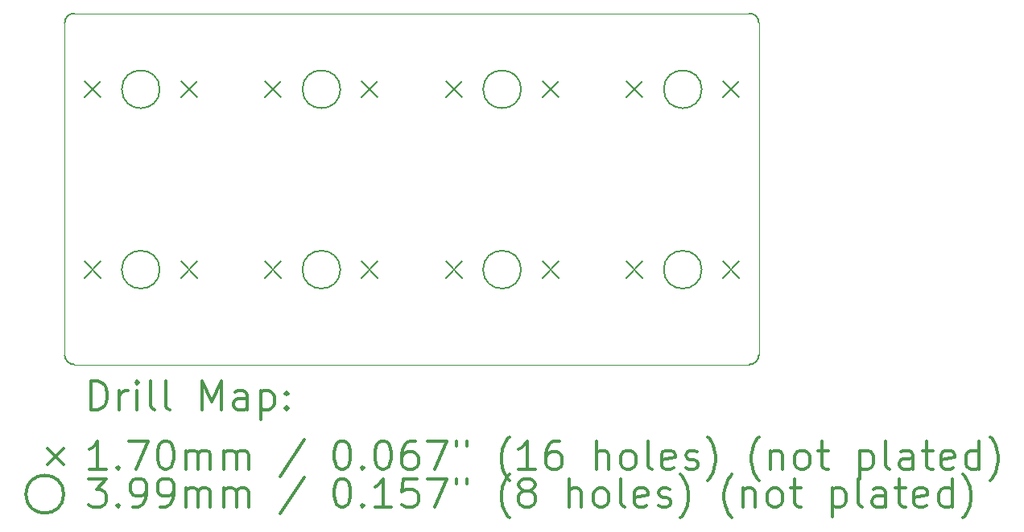
<source format=gbr>
%FSLAX45Y45*%
G04 Gerber Fmt 4.5, Leading zero omitted, Abs format (unit mm)*
G04 Created by KiCad (PCBNEW 5.0.2-bee76a0~70~ubuntu18.04.1) date Tue 19 Mar 2019 03:09:48 PM EDT*
%MOMM*%
%LPD*%
G01*
G04 APERTURE LIST*
%ADD10C,0.100000*%
%ADD11C,0.200000*%
%ADD12C,0.300000*%
G04 APERTURE END LIST*
D10*
X12100000Y-10500000D02*
X19200000Y-10500000D01*
X12000000Y-6900000D02*
X12000000Y-10400000D01*
D11*
X12100000Y-10500000D02*
G75*
G02X12000000Y-10400000I0J100000D01*
G01*
D10*
X19200000Y-6800000D02*
X12100000Y-6800000D01*
X19300000Y-10400000D02*
X19300000Y-6900000D01*
D11*
X19200000Y-6800000D02*
G75*
G02X19300000Y-6900000I0J-100000D01*
G01*
X19300000Y-10400000D02*
G75*
G02X19200000Y-10500000I-100000J0D01*
G01*
X12000000Y-6900000D02*
G75*
G02X12100000Y-6800000I100000J0D01*
G01*
D11*
X12206910Y-7514910D02*
X12377090Y-7685090D01*
X12377090Y-7514910D02*
X12206910Y-7685090D01*
X13222910Y-7514910D02*
X13393090Y-7685090D01*
X13393090Y-7514910D02*
X13222910Y-7685090D01*
X17906910Y-9414910D02*
X18077090Y-9585090D01*
X18077090Y-9414910D02*
X17906910Y-9585090D01*
X18922910Y-9414910D02*
X19093090Y-9585090D01*
X19093090Y-9414910D02*
X18922910Y-9585090D01*
X14106910Y-9414910D02*
X14277090Y-9585090D01*
X14277090Y-9414910D02*
X14106910Y-9585090D01*
X15122910Y-9414910D02*
X15293090Y-9585090D01*
X15293090Y-9414910D02*
X15122910Y-9585090D01*
X17906910Y-7514910D02*
X18077090Y-7685090D01*
X18077090Y-7514910D02*
X17906910Y-7685090D01*
X18922910Y-7514910D02*
X19093090Y-7685090D01*
X19093090Y-7514910D02*
X18922910Y-7685090D01*
X16006910Y-7514910D02*
X16177090Y-7685090D01*
X16177090Y-7514910D02*
X16006910Y-7685090D01*
X17022910Y-7514910D02*
X17193090Y-7685090D01*
X17193090Y-7514910D02*
X17022910Y-7685090D01*
X12206910Y-9414910D02*
X12377090Y-9585090D01*
X12377090Y-9414910D02*
X12206910Y-9585090D01*
X13222910Y-9414910D02*
X13393090Y-9585090D01*
X13393090Y-9414910D02*
X13222910Y-9585090D01*
X16006910Y-9414910D02*
X16177090Y-9585090D01*
X16177090Y-9414910D02*
X16006910Y-9585090D01*
X17022910Y-9414910D02*
X17193090Y-9585090D01*
X17193090Y-9414910D02*
X17022910Y-9585090D01*
X14106910Y-7514910D02*
X14277090Y-7685090D01*
X14277090Y-7514910D02*
X14106910Y-7685090D01*
X15122910Y-7514910D02*
X15293090Y-7685090D01*
X15293090Y-7514910D02*
X15122910Y-7685090D01*
X12999390Y-7600000D02*
G75*
G03X12999390Y-7600000I-199390J0D01*
G01*
X18699390Y-9500000D02*
G75*
G03X18699390Y-9500000I-199390J0D01*
G01*
X14899390Y-9500000D02*
G75*
G03X14899390Y-9500000I-199390J0D01*
G01*
X18699390Y-7600000D02*
G75*
G03X18699390Y-7600000I-199390J0D01*
G01*
X16799390Y-7600000D02*
G75*
G03X16799390Y-7600000I-199390J0D01*
G01*
X12999390Y-9500000D02*
G75*
G03X12999390Y-9500000I-199390J0D01*
G01*
X16799390Y-9500000D02*
G75*
G03X16799390Y-9500000I-199390J0D01*
G01*
X14899390Y-7600000D02*
G75*
G03X14899390Y-7600000I-199390J0D01*
G01*
D12*
X12276428Y-10975714D02*
X12276428Y-10675714D01*
X12347857Y-10675714D01*
X12390714Y-10690000D01*
X12419286Y-10718572D01*
X12433571Y-10747143D01*
X12447857Y-10804286D01*
X12447857Y-10847143D01*
X12433571Y-10904286D01*
X12419286Y-10932857D01*
X12390714Y-10961429D01*
X12347857Y-10975714D01*
X12276428Y-10975714D01*
X12576428Y-10975714D02*
X12576428Y-10775714D01*
X12576428Y-10832857D02*
X12590714Y-10804286D01*
X12605000Y-10790000D01*
X12633571Y-10775714D01*
X12662143Y-10775714D01*
X12762143Y-10975714D02*
X12762143Y-10775714D01*
X12762143Y-10675714D02*
X12747857Y-10690000D01*
X12762143Y-10704286D01*
X12776428Y-10690000D01*
X12762143Y-10675714D01*
X12762143Y-10704286D01*
X12947857Y-10975714D02*
X12919286Y-10961429D01*
X12905000Y-10932857D01*
X12905000Y-10675714D01*
X13105000Y-10975714D02*
X13076428Y-10961429D01*
X13062143Y-10932857D01*
X13062143Y-10675714D01*
X13447857Y-10975714D02*
X13447857Y-10675714D01*
X13547857Y-10890000D01*
X13647857Y-10675714D01*
X13647857Y-10975714D01*
X13919286Y-10975714D02*
X13919286Y-10818572D01*
X13905000Y-10790000D01*
X13876428Y-10775714D01*
X13819286Y-10775714D01*
X13790714Y-10790000D01*
X13919286Y-10961429D02*
X13890714Y-10975714D01*
X13819286Y-10975714D01*
X13790714Y-10961429D01*
X13776428Y-10932857D01*
X13776428Y-10904286D01*
X13790714Y-10875714D01*
X13819286Y-10861429D01*
X13890714Y-10861429D01*
X13919286Y-10847143D01*
X14062143Y-10775714D02*
X14062143Y-11075714D01*
X14062143Y-10790000D02*
X14090714Y-10775714D01*
X14147857Y-10775714D01*
X14176428Y-10790000D01*
X14190714Y-10804286D01*
X14205000Y-10832857D01*
X14205000Y-10918572D01*
X14190714Y-10947143D01*
X14176428Y-10961429D01*
X14147857Y-10975714D01*
X14090714Y-10975714D01*
X14062143Y-10961429D01*
X14333571Y-10947143D02*
X14347857Y-10961429D01*
X14333571Y-10975714D01*
X14319286Y-10961429D01*
X14333571Y-10947143D01*
X14333571Y-10975714D01*
X14333571Y-10790000D02*
X14347857Y-10804286D01*
X14333571Y-10818572D01*
X14319286Y-10804286D01*
X14333571Y-10790000D01*
X14333571Y-10818572D01*
X11819820Y-11384910D02*
X11990000Y-11555090D01*
X11990000Y-11384910D02*
X11819820Y-11555090D01*
X12433571Y-11605714D02*
X12262143Y-11605714D01*
X12347857Y-11605714D02*
X12347857Y-11305714D01*
X12319286Y-11348571D01*
X12290714Y-11377143D01*
X12262143Y-11391429D01*
X12562143Y-11577143D02*
X12576428Y-11591429D01*
X12562143Y-11605714D01*
X12547857Y-11591429D01*
X12562143Y-11577143D01*
X12562143Y-11605714D01*
X12676428Y-11305714D02*
X12876428Y-11305714D01*
X12747857Y-11605714D01*
X13047857Y-11305714D02*
X13076428Y-11305714D01*
X13105000Y-11320000D01*
X13119286Y-11334286D01*
X13133571Y-11362857D01*
X13147857Y-11420000D01*
X13147857Y-11491429D01*
X13133571Y-11548571D01*
X13119286Y-11577143D01*
X13105000Y-11591429D01*
X13076428Y-11605714D01*
X13047857Y-11605714D01*
X13019286Y-11591429D01*
X13005000Y-11577143D01*
X12990714Y-11548571D01*
X12976428Y-11491429D01*
X12976428Y-11420000D01*
X12990714Y-11362857D01*
X13005000Y-11334286D01*
X13019286Y-11320000D01*
X13047857Y-11305714D01*
X13276428Y-11605714D02*
X13276428Y-11405714D01*
X13276428Y-11434286D02*
X13290714Y-11420000D01*
X13319286Y-11405714D01*
X13362143Y-11405714D01*
X13390714Y-11420000D01*
X13405000Y-11448571D01*
X13405000Y-11605714D01*
X13405000Y-11448571D02*
X13419286Y-11420000D01*
X13447857Y-11405714D01*
X13490714Y-11405714D01*
X13519286Y-11420000D01*
X13533571Y-11448571D01*
X13533571Y-11605714D01*
X13676428Y-11605714D02*
X13676428Y-11405714D01*
X13676428Y-11434286D02*
X13690714Y-11420000D01*
X13719286Y-11405714D01*
X13762143Y-11405714D01*
X13790714Y-11420000D01*
X13805000Y-11448571D01*
X13805000Y-11605714D01*
X13805000Y-11448571D02*
X13819286Y-11420000D01*
X13847857Y-11405714D01*
X13890714Y-11405714D01*
X13919286Y-11420000D01*
X13933571Y-11448571D01*
X13933571Y-11605714D01*
X14519286Y-11291429D02*
X14262143Y-11677143D01*
X14905000Y-11305714D02*
X14933571Y-11305714D01*
X14962143Y-11320000D01*
X14976428Y-11334286D01*
X14990714Y-11362857D01*
X15005000Y-11420000D01*
X15005000Y-11491429D01*
X14990714Y-11548571D01*
X14976428Y-11577143D01*
X14962143Y-11591429D01*
X14933571Y-11605714D01*
X14905000Y-11605714D01*
X14876428Y-11591429D01*
X14862143Y-11577143D01*
X14847857Y-11548571D01*
X14833571Y-11491429D01*
X14833571Y-11420000D01*
X14847857Y-11362857D01*
X14862143Y-11334286D01*
X14876428Y-11320000D01*
X14905000Y-11305714D01*
X15133571Y-11577143D02*
X15147857Y-11591429D01*
X15133571Y-11605714D01*
X15119286Y-11591429D01*
X15133571Y-11577143D01*
X15133571Y-11605714D01*
X15333571Y-11305714D02*
X15362143Y-11305714D01*
X15390714Y-11320000D01*
X15405000Y-11334286D01*
X15419286Y-11362857D01*
X15433571Y-11420000D01*
X15433571Y-11491429D01*
X15419286Y-11548571D01*
X15405000Y-11577143D01*
X15390714Y-11591429D01*
X15362143Y-11605714D01*
X15333571Y-11605714D01*
X15305000Y-11591429D01*
X15290714Y-11577143D01*
X15276428Y-11548571D01*
X15262143Y-11491429D01*
X15262143Y-11420000D01*
X15276428Y-11362857D01*
X15290714Y-11334286D01*
X15305000Y-11320000D01*
X15333571Y-11305714D01*
X15690714Y-11305714D02*
X15633571Y-11305714D01*
X15605000Y-11320000D01*
X15590714Y-11334286D01*
X15562143Y-11377143D01*
X15547857Y-11434286D01*
X15547857Y-11548571D01*
X15562143Y-11577143D01*
X15576428Y-11591429D01*
X15605000Y-11605714D01*
X15662143Y-11605714D01*
X15690714Y-11591429D01*
X15705000Y-11577143D01*
X15719286Y-11548571D01*
X15719286Y-11477143D01*
X15705000Y-11448571D01*
X15690714Y-11434286D01*
X15662143Y-11420000D01*
X15605000Y-11420000D01*
X15576428Y-11434286D01*
X15562143Y-11448571D01*
X15547857Y-11477143D01*
X15819286Y-11305714D02*
X16019286Y-11305714D01*
X15890714Y-11605714D01*
X16119286Y-11305714D02*
X16119286Y-11362857D01*
X16233571Y-11305714D02*
X16233571Y-11362857D01*
X16676428Y-11720000D02*
X16662143Y-11705714D01*
X16633571Y-11662857D01*
X16619286Y-11634286D01*
X16605000Y-11591429D01*
X16590714Y-11520000D01*
X16590714Y-11462857D01*
X16605000Y-11391429D01*
X16619286Y-11348571D01*
X16633571Y-11320000D01*
X16662143Y-11277143D01*
X16676428Y-11262857D01*
X16947857Y-11605714D02*
X16776428Y-11605714D01*
X16862143Y-11605714D02*
X16862143Y-11305714D01*
X16833571Y-11348571D01*
X16805000Y-11377143D01*
X16776428Y-11391429D01*
X17205000Y-11305714D02*
X17147857Y-11305714D01*
X17119286Y-11320000D01*
X17105000Y-11334286D01*
X17076428Y-11377143D01*
X17062143Y-11434286D01*
X17062143Y-11548571D01*
X17076428Y-11577143D01*
X17090714Y-11591429D01*
X17119286Y-11605714D01*
X17176428Y-11605714D01*
X17205000Y-11591429D01*
X17219286Y-11577143D01*
X17233571Y-11548571D01*
X17233571Y-11477143D01*
X17219286Y-11448571D01*
X17205000Y-11434286D01*
X17176428Y-11420000D01*
X17119286Y-11420000D01*
X17090714Y-11434286D01*
X17076428Y-11448571D01*
X17062143Y-11477143D01*
X17590714Y-11605714D02*
X17590714Y-11305714D01*
X17719286Y-11605714D02*
X17719286Y-11448571D01*
X17705000Y-11420000D01*
X17676428Y-11405714D01*
X17633571Y-11405714D01*
X17605000Y-11420000D01*
X17590714Y-11434286D01*
X17905000Y-11605714D02*
X17876428Y-11591429D01*
X17862143Y-11577143D01*
X17847857Y-11548571D01*
X17847857Y-11462857D01*
X17862143Y-11434286D01*
X17876428Y-11420000D01*
X17905000Y-11405714D01*
X17947857Y-11405714D01*
X17976428Y-11420000D01*
X17990714Y-11434286D01*
X18005000Y-11462857D01*
X18005000Y-11548571D01*
X17990714Y-11577143D01*
X17976428Y-11591429D01*
X17947857Y-11605714D01*
X17905000Y-11605714D01*
X18176428Y-11605714D02*
X18147857Y-11591429D01*
X18133571Y-11562857D01*
X18133571Y-11305714D01*
X18405000Y-11591429D02*
X18376428Y-11605714D01*
X18319286Y-11605714D01*
X18290714Y-11591429D01*
X18276428Y-11562857D01*
X18276428Y-11448571D01*
X18290714Y-11420000D01*
X18319286Y-11405714D01*
X18376428Y-11405714D01*
X18405000Y-11420000D01*
X18419286Y-11448571D01*
X18419286Y-11477143D01*
X18276428Y-11505714D01*
X18533571Y-11591429D02*
X18562143Y-11605714D01*
X18619286Y-11605714D01*
X18647857Y-11591429D01*
X18662143Y-11562857D01*
X18662143Y-11548571D01*
X18647857Y-11520000D01*
X18619286Y-11505714D01*
X18576428Y-11505714D01*
X18547857Y-11491429D01*
X18533571Y-11462857D01*
X18533571Y-11448571D01*
X18547857Y-11420000D01*
X18576428Y-11405714D01*
X18619286Y-11405714D01*
X18647857Y-11420000D01*
X18762143Y-11720000D02*
X18776428Y-11705714D01*
X18805000Y-11662857D01*
X18819286Y-11634286D01*
X18833571Y-11591429D01*
X18847857Y-11520000D01*
X18847857Y-11462857D01*
X18833571Y-11391429D01*
X18819286Y-11348571D01*
X18805000Y-11320000D01*
X18776428Y-11277143D01*
X18762143Y-11262857D01*
X19305000Y-11720000D02*
X19290714Y-11705714D01*
X19262143Y-11662857D01*
X19247857Y-11634286D01*
X19233571Y-11591429D01*
X19219286Y-11520000D01*
X19219286Y-11462857D01*
X19233571Y-11391429D01*
X19247857Y-11348571D01*
X19262143Y-11320000D01*
X19290714Y-11277143D01*
X19305000Y-11262857D01*
X19419286Y-11405714D02*
X19419286Y-11605714D01*
X19419286Y-11434286D02*
X19433571Y-11420000D01*
X19462143Y-11405714D01*
X19505000Y-11405714D01*
X19533571Y-11420000D01*
X19547857Y-11448571D01*
X19547857Y-11605714D01*
X19733571Y-11605714D02*
X19705000Y-11591429D01*
X19690714Y-11577143D01*
X19676428Y-11548571D01*
X19676428Y-11462857D01*
X19690714Y-11434286D01*
X19705000Y-11420000D01*
X19733571Y-11405714D01*
X19776428Y-11405714D01*
X19805000Y-11420000D01*
X19819286Y-11434286D01*
X19833571Y-11462857D01*
X19833571Y-11548571D01*
X19819286Y-11577143D01*
X19805000Y-11591429D01*
X19776428Y-11605714D01*
X19733571Y-11605714D01*
X19919286Y-11405714D02*
X20033571Y-11405714D01*
X19962143Y-11305714D02*
X19962143Y-11562857D01*
X19976428Y-11591429D01*
X20005000Y-11605714D01*
X20033571Y-11605714D01*
X20362143Y-11405714D02*
X20362143Y-11705714D01*
X20362143Y-11420000D02*
X20390714Y-11405714D01*
X20447857Y-11405714D01*
X20476428Y-11420000D01*
X20490714Y-11434286D01*
X20505000Y-11462857D01*
X20505000Y-11548571D01*
X20490714Y-11577143D01*
X20476428Y-11591429D01*
X20447857Y-11605714D01*
X20390714Y-11605714D01*
X20362143Y-11591429D01*
X20676428Y-11605714D02*
X20647857Y-11591429D01*
X20633571Y-11562857D01*
X20633571Y-11305714D01*
X20919286Y-11605714D02*
X20919286Y-11448571D01*
X20905000Y-11420000D01*
X20876428Y-11405714D01*
X20819286Y-11405714D01*
X20790714Y-11420000D01*
X20919286Y-11591429D02*
X20890714Y-11605714D01*
X20819286Y-11605714D01*
X20790714Y-11591429D01*
X20776428Y-11562857D01*
X20776428Y-11534286D01*
X20790714Y-11505714D01*
X20819286Y-11491429D01*
X20890714Y-11491429D01*
X20919286Y-11477143D01*
X21019286Y-11405714D02*
X21133571Y-11405714D01*
X21062143Y-11305714D02*
X21062143Y-11562857D01*
X21076428Y-11591429D01*
X21105000Y-11605714D01*
X21133571Y-11605714D01*
X21347857Y-11591429D02*
X21319286Y-11605714D01*
X21262143Y-11605714D01*
X21233571Y-11591429D01*
X21219286Y-11562857D01*
X21219286Y-11448571D01*
X21233571Y-11420000D01*
X21262143Y-11405714D01*
X21319286Y-11405714D01*
X21347857Y-11420000D01*
X21362143Y-11448571D01*
X21362143Y-11477143D01*
X21219286Y-11505714D01*
X21619286Y-11605714D02*
X21619286Y-11305714D01*
X21619286Y-11591429D02*
X21590714Y-11605714D01*
X21533571Y-11605714D01*
X21505000Y-11591429D01*
X21490714Y-11577143D01*
X21476428Y-11548571D01*
X21476428Y-11462857D01*
X21490714Y-11434286D01*
X21505000Y-11420000D01*
X21533571Y-11405714D01*
X21590714Y-11405714D01*
X21619286Y-11420000D01*
X21733571Y-11720000D02*
X21747857Y-11705714D01*
X21776428Y-11662857D01*
X21790714Y-11634286D01*
X21805000Y-11591429D01*
X21819286Y-11520000D01*
X21819286Y-11462857D01*
X21805000Y-11391429D01*
X21790714Y-11348571D01*
X21776428Y-11320000D01*
X21747857Y-11277143D01*
X21733571Y-11262857D01*
X11990000Y-11866000D02*
G75*
G03X11990000Y-11866000I-199390J0D01*
G01*
X12247857Y-11701714D02*
X12433571Y-11701714D01*
X12333571Y-11816000D01*
X12376428Y-11816000D01*
X12405000Y-11830286D01*
X12419286Y-11844571D01*
X12433571Y-11873143D01*
X12433571Y-11944571D01*
X12419286Y-11973143D01*
X12405000Y-11987429D01*
X12376428Y-12001714D01*
X12290714Y-12001714D01*
X12262143Y-11987429D01*
X12247857Y-11973143D01*
X12562143Y-11973143D02*
X12576428Y-11987429D01*
X12562143Y-12001714D01*
X12547857Y-11987429D01*
X12562143Y-11973143D01*
X12562143Y-12001714D01*
X12719286Y-12001714D02*
X12776428Y-12001714D01*
X12805000Y-11987429D01*
X12819286Y-11973143D01*
X12847857Y-11930286D01*
X12862143Y-11873143D01*
X12862143Y-11758857D01*
X12847857Y-11730286D01*
X12833571Y-11716000D01*
X12805000Y-11701714D01*
X12747857Y-11701714D01*
X12719286Y-11716000D01*
X12705000Y-11730286D01*
X12690714Y-11758857D01*
X12690714Y-11830286D01*
X12705000Y-11858857D01*
X12719286Y-11873143D01*
X12747857Y-11887429D01*
X12805000Y-11887429D01*
X12833571Y-11873143D01*
X12847857Y-11858857D01*
X12862143Y-11830286D01*
X13005000Y-12001714D02*
X13062143Y-12001714D01*
X13090714Y-11987429D01*
X13105000Y-11973143D01*
X13133571Y-11930286D01*
X13147857Y-11873143D01*
X13147857Y-11758857D01*
X13133571Y-11730286D01*
X13119286Y-11716000D01*
X13090714Y-11701714D01*
X13033571Y-11701714D01*
X13005000Y-11716000D01*
X12990714Y-11730286D01*
X12976428Y-11758857D01*
X12976428Y-11830286D01*
X12990714Y-11858857D01*
X13005000Y-11873143D01*
X13033571Y-11887429D01*
X13090714Y-11887429D01*
X13119286Y-11873143D01*
X13133571Y-11858857D01*
X13147857Y-11830286D01*
X13276428Y-12001714D02*
X13276428Y-11801714D01*
X13276428Y-11830286D02*
X13290714Y-11816000D01*
X13319286Y-11801714D01*
X13362143Y-11801714D01*
X13390714Y-11816000D01*
X13405000Y-11844571D01*
X13405000Y-12001714D01*
X13405000Y-11844571D02*
X13419286Y-11816000D01*
X13447857Y-11801714D01*
X13490714Y-11801714D01*
X13519286Y-11816000D01*
X13533571Y-11844571D01*
X13533571Y-12001714D01*
X13676428Y-12001714D02*
X13676428Y-11801714D01*
X13676428Y-11830286D02*
X13690714Y-11816000D01*
X13719286Y-11801714D01*
X13762143Y-11801714D01*
X13790714Y-11816000D01*
X13805000Y-11844571D01*
X13805000Y-12001714D01*
X13805000Y-11844571D02*
X13819286Y-11816000D01*
X13847857Y-11801714D01*
X13890714Y-11801714D01*
X13919286Y-11816000D01*
X13933571Y-11844571D01*
X13933571Y-12001714D01*
X14519286Y-11687429D02*
X14262143Y-12073143D01*
X14905000Y-11701714D02*
X14933571Y-11701714D01*
X14962143Y-11716000D01*
X14976428Y-11730286D01*
X14990714Y-11758857D01*
X15005000Y-11816000D01*
X15005000Y-11887429D01*
X14990714Y-11944571D01*
X14976428Y-11973143D01*
X14962143Y-11987429D01*
X14933571Y-12001714D01*
X14905000Y-12001714D01*
X14876428Y-11987429D01*
X14862143Y-11973143D01*
X14847857Y-11944571D01*
X14833571Y-11887429D01*
X14833571Y-11816000D01*
X14847857Y-11758857D01*
X14862143Y-11730286D01*
X14876428Y-11716000D01*
X14905000Y-11701714D01*
X15133571Y-11973143D02*
X15147857Y-11987429D01*
X15133571Y-12001714D01*
X15119286Y-11987429D01*
X15133571Y-11973143D01*
X15133571Y-12001714D01*
X15433571Y-12001714D02*
X15262143Y-12001714D01*
X15347857Y-12001714D02*
X15347857Y-11701714D01*
X15319286Y-11744571D01*
X15290714Y-11773143D01*
X15262143Y-11787429D01*
X15705000Y-11701714D02*
X15562143Y-11701714D01*
X15547857Y-11844571D01*
X15562143Y-11830286D01*
X15590714Y-11816000D01*
X15662143Y-11816000D01*
X15690714Y-11830286D01*
X15705000Y-11844571D01*
X15719286Y-11873143D01*
X15719286Y-11944571D01*
X15705000Y-11973143D01*
X15690714Y-11987429D01*
X15662143Y-12001714D01*
X15590714Y-12001714D01*
X15562143Y-11987429D01*
X15547857Y-11973143D01*
X15819286Y-11701714D02*
X16019286Y-11701714D01*
X15890714Y-12001714D01*
X16119286Y-11701714D02*
X16119286Y-11758857D01*
X16233571Y-11701714D02*
X16233571Y-11758857D01*
X16676428Y-12116000D02*
X16662143Y-12101714D01*
X16633571Y-12058857D01*
X16619286Y-12030286D01*
X16605000Y-11987429D01*
X16590714Y-11916000D01*
X16590714Y-11858857D01*
X16605000Y-11787429D01*
X16619286Y-11744571D01*
X16633571Y-11716000D01*
X16662143Y-11673143D01*
X16676428Y-11658857D01*
X16833571Y-11830286D02*
X16805000Y-11816000D01*
X16790714Y-11801714D01*
X16776428Y-11773143D01*
X16776428Y-11758857D01*
X16790714Y-11730286D01*
X16805000Y-11716000D01*
X16833571Y-11701714D01*
X16890714Y-11701714D01*
X16919286Y-11716000D01*
X16933571Y-11730286D01*
X16947857Y-11758857D01*
X16947857Y-11773143D01*
X16933571Y-11801714D01*
X16919286Y-11816000D01*
X16890714Y-11830286D01*
X16833571Y-11830286D01*
X16805000Y-11844571D01*
X16790714Y-11858857D01*
X16776428Y-11887429D01*
X16776428Y-11944571D01*
X16790714Y-11973143D01*
X16805000Y-11987429D01*
X16833571Y-12001714D01*
X16890714Y-12001714D01*
X16919286Y-11987429D01*
X16933571Y-11973143D01*
X16947857Y-11944571D01*
X16947857Y-11887429D01*
X16933571Y-11858857D01*
X16919286Y-11844571D01*
X16890714Y-11830286D01*
X17305000Y-12001714D02*
X17305000Y-11701714D01*
X17433571Y-12001714D02*
X17433571Y-11844571D01*
X17419286Y-11816000D01*
X17390714Y-11801714D01*
X17347857Y-11801714D01*
X17319286Y-11816000D01*
X17305000Y-11830286D01*
X17619286Y-12001714D02*
X17590714Y-11987429D01*
X17576428Y-11973143D01*
X17562143Y-11944571D01*
X17562143Y-11858857D01*
X17576428Y-11830286D01*
X17590714Y-11816000D01*
X17619286Y-11801714D01*
X17662143Y-11801714D01*
X17690714Y-11816000D01*
X17705000Y-11830286D01*
X17719286Y-11858857D01*
X17719286Y-11944571D01*
X17705000Y-11973143D01*
X17690714Y-11987429D01*
X17662143Y-12001714D01*
X17619286Y-12001714D01*
X17890714Y-12001714D02*
X17862143Y-11987429D01*
X17847857Y-11958857D01*
X17847857Y-11701714D01*
X18119286Y-11987429D02*
X18090714Y-12001714D01*
X18033571Y-12001714D01*
X18005000Y-11987429D01*
X17990714Y-11958857D01*
X17990714Y-11844571D01*
X18005000Y-11816000D01*
X18033571Y-11801714D01*
X18090714Y-11801714D01*
X18119286Y-11816000D01*
X18133571Y-11844571D01*
X18133571Y-11873143D01*
X17990714Y-11901714D01*
X18247857Y-11987429D02*
X18276428Y-12001714D01*
X18333571Y-12001714D01*
X18362143Y-11987429D01*
X18376428Y-11958857D01*
X18376428Y-11944571D01*
X18362143Y-11916000D01*
X18333571Y-11901714D01*
X18290714Y-11901714D01*
X18262143Y-11887429D01*
X18247857Y-11858857D01*
X18247857Y-11844571D01*
X18262143Y-11816000D01*
X18290714Y-11801714D01*
X18333571Y-11801714D01*
X18362143Y-11816000D01*
X18476428Y-12116000D02*
X18490714Y-12101714D01*
X18519286Y-12058857D01*
X18533571Y-12030286D01*
X18547857Y-11987429D01*
X18562143Y-11916000D01*
X18562143Y-11858857D01*
X18547857Y-11787429D01*
X18533571Y-11744571D01*
X18519286Y-11716000D01*
X18490714Y-11673143D01*
X18476428Y-11658857D01*
X19019286Y-12116000D02*
X19005000Y-12101714D01*
X18976428Y-12058857D01*
X18962143Y-12030286D01*
X18947857Y-11987429D01*
X18933571Y-11916000D01*
X18933571Y-11858857D01*
X18947857Y-11787429D01*
X18962143Y-11744571D01*
X18976428Y-11716000D01*
X19005000Y-11673143D01*
X19019286Y-11658857D01*
X19133571Y-11801714D02*
X19133571Y-12001714D01*
X19133571Y-11830286D02*
X19147857Y-11816000D01*
X19176428Y-11801714D01*
X19219286Y-11801714D01*
X19247857Y-11816000D01*
X19262143Y-11844571D01*
X19262143Y-12001714D01*
X19447857Y-12001714D02*
X19419286Y-11987429D01*
X19405000Y-11973143D01*
X19390714Y-11944571D01*
X19390714Y-11858857D01*
X19405000Y-11830286D01*
X19419286Y-11816000D01*
X19447857Y-11801714D01*
X19490714Y-11801714D01*
X19519286Y-11816000D01*
X19533571Y-11830286D01*
X19547857Y-11858857D01*
X19547857Y-11944571D01*
X19533571Y-11973143D01*
X19519286Y-11987429D01*
X19490714Y-12001714D01*
X19447857Y-12001714D01*
X19633571Y-11801714D02*
X19747857Y-11801714D01*
X19676428Y-11701714D02*
X19676428Y-11958857D01*
X19690714Y-11987429D01*
X19719286Y-12001714D01*
X19747857Y-12001714D01*
X20076428Y-11801714D02*
X20076428Y-12101714D01*
X20076428Y-11816000D02*
X20105000Y-11801714D01*
X20162143Y-11801714D01*
X20190714Y-11816000D01*
X20205000Y-11830286D01*
X20219286Y-11858857D01*
X20219286Y-11944571D01*
X20205000Y-11973143D01*
X20190714Y-11987429D01*
X20162143Y-12001714D01*
X20105000Y-12001714D01*
X20076428Y-11987429D01*
X20390714Y-12001714D02*
X20362143Y-11987429D01*
X20347857Y-11958857D01*
X20347857Y-11701714D01*
X20633571Y-12001714D02*
X20633571Y-11844571D01*
X20619286Y-11816000D01*
X20590714Y-11801714D01*
X20533571Y-11801714D01*
X20505000Y-11816000D01*
X20633571Y-11987429D02*
X20605000Y-12001714D01*
X20533571Y-12001714D01*
X20505000Y-11987429D01*
X20490714Y-11958857D01*
X20490714Y-11930286D01*
X20505000Y-11901714D01*
X20533571Y-11887429D01*
X20605000Y-11887429D01*
X20633571Y-11873143D01*
X20733571Y-11801714D02*
X20847857Y-11801714D01*
X20776428Y-11701714D02*
X20776428Y-11958857D01*
X20790714Y-11987429D01*
X20819286Y-12001714D01*
X20847857Y-12001714D01*
X21062143Y-11987429D02*
X21033571Y-12001714D01*
X20976428Y-12001714D01*
X20947857Y-11987429D01*
X20933571Y-11958857D01*
X20933571Y-11844571D01*
X20947857Y-11816000D01*
X20976428Y-11801714D01*
X21033571Y-11801714D01*
X21062143Y-11816000D01*
X21076428Y-11844571D01*
X21076428Y-11873143D01*
X20933571Y-11901714D01*
X21333571Y-12001714D02*
X21333571Y-11701714D01*
X21333571Y-11987429D02*
X21305000Y-12001714D01*
X21247857Y-12001714D01*
X21219286Y-11987429D01*
X21205000Y-11973143D01*
X21190714Y-11944571D01*
X21190714Y-11858857D01*
X21205000Y-11830286D01*
X21219286Y-11816000D01*
X21247857Y-11801714D01*
X21305000Y-11801714D01*
X21333571Y-11816000D01*
X21447857Y-12116000D02*
X21462143Y-12101714D01*
X21490714Y-12058857D01*
X21505000Y-12030286D01*
X21519286Y-11987429D01*
X21533571Y-11916000D01*
X21533571Y-11858857D01*
X21519286Y-11787429D01*
X21505000Y-11744571D01*
X21490714Y-11716000D01*
X21462143Y-11673143D01*
X21447857Y-11658857D01*
M02*

</source>
